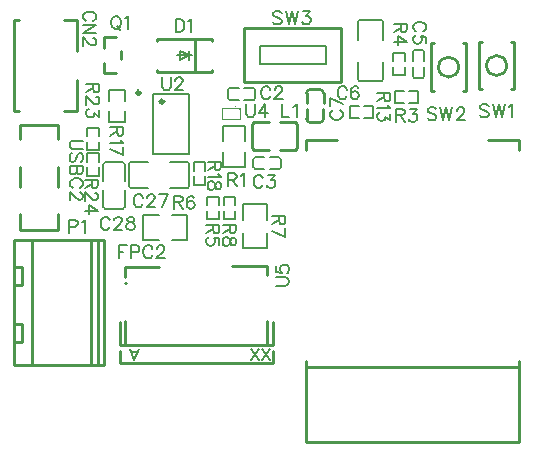
<source format=gto>
G04 Layer: TopSilkscreenLayer*
G04 EasyEDA v6.5.38, 2023-12-02 23:03:57*
G04 3574156a907d4d7c87788ecda130693a,c7ad1a84f3dd4ba2a6b1e1313e4bac77,10*
G04 Gerber Generator version 0.2*
G04 Scale: 100 percent, Rotated: No, Reflected: No *
G04 Dimensions in millimeters *
G04 leading zeros omitted , absolute positions ,4 integer and 5 decimal *
%FSLAX45Y45*%
%MOMM*%

%ADD10C,0.1524*%
%ADD11C,0.2032*%
%ADD12C,0.2540*%
%ADD13C,0.1999*%
%ADD14C,0.1270*%
%ADD15C,0.1016*%
%ADD16C,0.3000*%
%ADD17C,0.0800*%
%ADD18C,0.0175*%

%LPD*%
D10*
X711949Y-581558D02*
G01*
X789927Y-581558D01*
X805421Y-576478D01*
X815835Y-566064D01*
X820915Y-550316D01*
X820915Y-539902D01*
X815835Y-524408D01*
X805421Y-513994D01*
X789927Y-508914D01*
X711949Y-508914D01*
X711949Y-412140D02*
G01*
X711949Y-464210D01*
X758685Y-469290D01*
X753605Y-464210D01*
X748271Y-448462D01*
X748271Y-432968D01*
X753605Y-417474D01*
X763765Y-407060D01*
X779513Y-401726D01*
X789927Y-401726D01*
X805421Y-407060D01*
X815835Y-417474D01*
X820915Y-432968D01*
X820915Y-448462D01*
X815835Y-464210D01*
X810755Y-469290D01*
X800341Y-474624D01*
X-152400Y178815D02*
G01*
X-152400Y69850D01*
X-152400Y178815D02*
G01*
X-105663Y178815D01*
X-90170Y173736D01*
X-84836Y168402D01*
X-79756Y157987D01*
X-79756Y147573D01*
X-84836Y137160D01*
X-90170Y132079D01*
X-105663Y127000D01*
X-152400Y127000D01*
X-116077Y127000D02*
G01*
X-79756Y69850D01*
X17018Y163321D02*
G01*
X11684Y173736D01*
X-3809Y178815D01*
X-14224Y178815D01*
X-29718Y173736D01*
X-40131Y157987D01*
X-45465Y132079D01*
X-45465Y106171D01*
X-40131Y85344D01*
X-29718Y74929D01*
X-14224Y69850D01*
X-8890Y69850D01*
X6604Y74929D01*
X17018Y85344D01*
X22097Y100837D01*
X22097Y106171D01*
X17018Y121665D01*
X6604Y132079D01*
X-8890Y137160D01*
X-14224Y137160D01*
X-29718Y132079D01*
X-40131Y121665D01*
X-45465Y106171D01*
X788415Y12700D02*
G01*
X679450Y12700D01*
X788415Y12700D02*
G01*
X788415Y-34036D01*
X783336Y-49529D01*
X778002Y-54863D01*
X767588Y-59944D01*
X757174Y-59944D01*
X746759Y-54863D01*
X741679Y-49529D01*
X736600Y-34036D01*
X736600Y12700D01*
X736600Y-23621D02*
G01*
X679450Y-59944D01*
X788415Y-167131D02*
G01*
X679450Y-115062D01*
X788415Y-94234D02*
G01*
X788415Y-167131D01*
X662177Y1080007D02*
G01*
X656843Y1090421D01*
X646429Y1100836D01*
X636270Y1105915D01*
X615441Y1105915D01*
X605027Y1100836D01*
X594613Y1090421D01*
X589279Y1080007D01*
X584200Y1064260D01*
X584200Y1038352D01*
X589279Y1022857D01*
X594613Y1012444D01*
X605027Y1002029D01*
X615441Y996950D01*
X636270Y996950D01*
X646429Y1002029D01*
X656843Y1012444D01*
X662177Y1022857D01*
X701547Y1080007D02*
G01*
X701547Y1085087D01*
X706881Y1095502D01*
X711961Y1100836D01*
X722375Y1105915D01*
X743204Y1105915D01*
X753618Y1100836D01*
X758697Y1095502D01*
X764031Y1085087D01*
X764031Y1074673D01*
X758697Y1064260D01*
X748284Y1048765D01*
X696468Y996950D01*
X769111Y996950D01*
X598677Y330707D02*
G01*
X593343Y341121D01*
X582929Y351536D01*
X572770Y356615D01*
X551941Y356615D01*
X541527Y351536D01*
X531113Y341121D01*
X525779Y330707D01*
X520700Y314960D01*
X520700Y289052D01*
X525779Y273557D01*
X531113Y263144D01*
X541527Y252729D01*
X551941Y247650D01*
X572770Y247650D01*
X582929Y252729D01*
X593343Y263144D01*
X598677Y273557D01*
X643381Y356615D02*
G01*
X700531Y356615D01*
X669290Y314960D01*
X684784Y314960D01*
X695197Y309879D01*
X700531Y304800D01*
X705611Y289052D01*
X705611Y278637D01*
X700531Y263144D01*
X690118Y252729D01*
X674370Y247650D01*
X658875Y247650D01*
X643381Y252729D01*
X638047Y257810D01*
X632968Y268223D01*
X1956308Y1573021D02*
G01*
X1966722Y1578355D01*
X1977136Y1588770D01*
X1982215Y1598929D01*
X1982215Y1619757D01*
X1977136Y1630171D01*
X1966722Y1640586D01*
X1956308Y1645920D01*
X1940559Y1651000D01*
X1914652Y1651000D01*
X1899158Y1645920D01*
X1888743Y1640586D01*
X1878329Y1630171D01*
X1873250Y1619757D01*
X1873250Y1598929D01*
X1878329Y1588770D01*
X1888743Y1578355D01*
X1899158Y1573021D01*
X1982215Y1476502D02*
G01*
X1982215Y1528318D01*
X1935479Y1533652D01*
X1940559Y1528318D01*
X1945893Y1512823D01*
X1945893Y1497329D01*
X1940559Y1481581D01*
X1930400Y1471168D01*
X1914652Y1466087D01*
X1904238Y1466087D01*
X1888743Y1471168D01*
X1878329Y1481581D01*
X1873250Y1497329D01*
X1873250Y1512823D01*
X1878329Y1528318D01*
X1883409Y1533652D01*
X1893824Y1538731D01*
X1309877Y1080007D02*
G01*
X1304543Y1090421D01*
X1294129Y1100836D01*
X1283970Y1105915D01*
X1263141Y1105915D01*
X1252727Y1100836D01*
X1242313Y1090421D01*
X1236979Y1080007D01*
X1231900Y1064260D01*
X1231900Y1038352D01*
X1236979Y1022857D01*
X1242313Y1012444D01*
X1252727Y1002029D01*
X1263141Y996950D01*
X1283970Y996950D01*
X1294129Y1002029D01*
X1304543Y1012444D01*
X1309877Y1022857D01*
X1406397Y1090421D02*
G01*
X1401318Y1100836D01*
X1385570Y1105915D01*
X1375409Y1105915D01*
X1359661Y1100836D01*
X1349247Y1085087D01*
X1344168Y1059179D01*
X1344168Y1033271D01*
X1349247Y1012444D01*
X1359661Y1002029D01*
X1375409Y996950D01*
X1380490Y996950D01*
X1395984Y1002029D01*
X1406397Y1012444D01*
X1411731Y1027937D01*
X1411731Y1033271D01*
X1406397Y1048765D01*
X1395984Y1059179D01*
X1380490Y1064260D01*
X1375409Y1064260D01*
X1359661Y1059179D01*
X1349247Y1048765D01*
X1344168Y1033271D01*
X1193291Y903478D02*
G01*
X1182877Y898144D01*
X1172463Y887729D01*
X1167384Y877570D01*
X1167384Y856742D01*
X1172463Y846328D01*
X1182877Y835913D01*
X1193291Y830579D01*
X1209040Y825500D01*
X1234947Y825500D01*
X1250441Y830579D01*
X1260856Y835913D01*
X1271270Y846328D01*
X1276350Y856742D01*
X1276350Y877570D01*
X1271270Y887729D01*
X1260856Y898144D01*
X1250441Y903478D01*
X1167384Y1010412D02*
G01*
X1276350Y958595D01*
X1167384Y937768D02*
G01*
X1167384Y1010412D01*
X-417321Y165607D02*
G01*
X-422655Y176021D01*
X-433070Y186436D01*
X-443229Y191515D01*
X-464057Y191515D01*
X-474471Y186436D01*
X-484886Y176021D01*
X-490220Y165607D01*
X-495300Y149860D01*
X-495300Y123952D01*
X-490220Y108457D01*
X-484886Y98044D01*
X-474471Y87629D01*
X-464057Y82550D01*
X-443229Y82550D01*
X-433070Y87629D01*
X-422655Y98044D01*
X-417321Y108457D01*
X-377952Y165607D02*
G01*
X-377952Y170687D01*
X-372618Y181102D01*
X-367537Y186436D01*
X-357123Y191515D01*
X-336295Y191515D01*
X-325881Y186436D01*
X-320802Y181102D01*
X-315468Y170687D01*
X-315468Y160273D01*
X-320802Y149860D01*
X-331215Y134365D01*
X-383031Y82550D01*
X-310387Y82550D01*
X-203200Y191515D02*
G01*
X-255270Y82550D01*
X-276097Y191515D02*
G01*
X-203200Y191515D01*
X-696721Y-24892D02*
G01*
X-702055Y-14478D01*
X-712470Y-4063D01*
X-722629Y1015D01*
X-743457Y1015D01*
X-753871Y-4063D01*
X-764286Y-14478D01*
X-769620Y-24892D01*
X-774700Y-40639D01*
X-774700Y-66547D01*
X-769620Y-82042D01*
X-764286Y-92455D01*
X-753871Y-102870D01*
X-743457Y-107950D01*
X-722629Y-107950D01*
X-712470Y-102870D01*
X-702055Y-92455D01*
X-696721Y-82042D01*
X-657352Y-24892D02*
G01*
X-657352Y-19812D01*
X-652018Y-9397D01*
X-646937Y-4063D01*
X-636523Y1015D01*
X-615695Y1015D01*
X-605281Y-4063D01*
X-600202Y-9397D01*
X-594868Y-19812D01*
X-594868Y-30226D01*
X-600202Y-40639D01*
X-610615Y-56134D01*
X-662431Y-107950D01*
X-589787Y-107950D01*
X-529589Y1015D02*
G01*
X-545084Y-4063D01*
X-550163Y-14478D01*
X-550163Y-24892D01*
X-545084Y-35305D01*
X-534670Y-40639D01*
X-513842Y-45720D01*
X-498347Y-50800D01*
X-487934Y-61213D01*
X-482600Y-71628D01*
X-482600Y-87376D01*
X-487934Y-97789D01*
X-493013Y-102870D01*
X-508762Y-107950D01*
X-529589Y-107950D01*
X-545084Y-102870D01*
X-550163Y-97789D01*
X-555497Y-87376D01*
X-555497Y-71628D01*
X-550163Y-61213D01*
X-539750Y-50800D01*
X-524255Y-45720D01*
X-503428Y-40639D01*
X-493013Y-35305D01*
X-487934Y-24892D01*
X-487934Y-14478D01*
X-493013Y-4063D01*
X-508762Y1015D01*
X-529589Y1015D01*
X-837692Y1661921D02*
G01*
X-827278Y1667255D01*
X-816863Y1677670D01*
X-811784Y1687829D01*
X-811784Y1708657D01*
X-816863Y1719071D01*
X-827278Y1729486D01*
X-837692Y1734820D01*
X-853439Y1739900D01*
X-879347Y1739900D01*
X-894842Y1734820D01*
X-905255Y1729486D01*
X-915670Y1719071D01*
X-920750Y1708657D01*
X-920750Y1687829D01*
X-915670Y1677670D01*
X-905255Y1667255D01*
X-894842Y1661921D01*
X-811784Y1627631D02*
G01*
X-920750Y1627631D01*
X-811784Y1627631D02*
G01*
X-920750Y1554987D01*
X-811784Y1554987D02*
G01*
X-920750Y1554987D01*
X-837692Y1515363D02*
G01*
X-832612Y1515363D01*
X-822197Y1510284D01*
X-816863Y1504950D01*
X-811784Y1494789D01*
X-811784Y1473962D01*
X-816863Y1463547D01*
X-822197Y1458213D01*
X-832612Y1453134D01*
X-843026Y1453134D01*
X-853439Y1458213D01*
X-868934Y1468628D01*
X-920750Y1520697D01*
X-920750Y1447800D01*
X-139700Y1677415D02*
G01*
X-139700Y1568450D01*
X-139700Y1677415D02*
G01*
X-103377Y1677415D01*
X-87629Y1672336D01*
X-77470Y1661921D01*
X-72136Y1651507D01*
X-67056Y1635760D01*
X-67056Y1609852D01*
X-72136Y1594357D01*
X-77470Y1583944D01*
X-87629Y1573529D01*
X-103377Y1568450D01*
X-139700Y1568450D01*
X-32765Y1656587D02*
G01*
X-22352Y1661921D01*
X-6604Y1677415D01*
X-6604Y1568450D01*
X-622300Y-240284D02*
G01*
X-622300Y-349250D01*
X-622300Y-240284D02*
G01*
X-554736Y-240284D01*
X-622300Y-292100D02*
G01*
X-580644Y-292100D01*
X-520445Y-240284D02*
G01*
X-520445Y-349250D01*
X-520445Y-240284D02*
G01*
X-473710Y-240284D01*
X-458215Y-245363D01*
X-452881Y-250697D01*
X-447802Y-261112D01*
X-447802Y-276605D01*
X-452881Y-287020D01*
X-458215Y-292100D01*
X-473710Y-297434D01*
X-520445Y-297434D01*
X-335534Y-266192D02*
G01*
X-340613Y-255778D01*
X-351028Y-245363D01*
X-361442Y-240284D01*
X-382270Y-240284D01*
X-392684Y-245363D01*
X-403097Y-255778D01*
X-408178Y-266192D01*
X-413512Y-281939D01*
X-413512Y-307847D01*
X-408178Y-323342D01*
X-403097Y-333755D01*
X-392684Y-344170D01*
X-382270Y-349250D01*
X-361442Y-349250D01*
X-351028Y-344170D01*
X-340613Y-333755D01*
X-335534Y-323342D01*
X-295910Y-266192D02*
G01*
X-295910Y-261112D01*
X-290829Y-250697D01*
X-285750Y-245363D01*
X-275336Y-240284D01*
X-254508Y-240284D01*
X-244093Y-245363D01*
X-238759Y-250697D01*
X-233679Y-261112D01*
X-233679Y-271526D01*
X-238759Y-281939D01*
X-249174Y-297434D01*
X-301244Y-349250D01*
X-228600Y-349250D01*
D11*
X-488228Y-1209194D02*
G01*
X-451906Y-1113944D01*
X-488228Y-1209194D02*
G01*
X-524804Y-1113944D01*
X-465622Y-1145694D02*
G01*
X-511088Y-1145694D01*
X658177Y-1208709D02*
G01*
X594423Y-1113205D01*
X594423Y-1208709D02*
G01*
X658177Y-1113205D01*
X564451Y-1208709D02*
G01*
X500697Y-1113205D01*
X500697Y-1208709D02*
G01*
X564451Y-1113205D01*
D10*
X762000Y953515D02*
G01*
X762000Y844550D01*
X762000Y844550D02*
G01*
X824229Y844550D01*
X858520Y932687D02*
G01*
X868934Y938021D01*
X884681Y953515D01*
X884681Y844550D01*
X-1041400Y-24384D02*
G01*
X-1041400Y-133350D01*
X-1041400Y-24384D02*
G01*
X-994663Y-24384D01*
X-979170Y-29463D01*
X-973836Y-34797D01*
X-968755Y-45212D01*
X-968755Y-60705D01*
X-973836Y-71120D01*
X-979170Y-76200D01*
X-994663Y-81534D01*
X-1041400Y-81534D01*
X-934465Y-45212D02*
G01*
X-924052Y-39878D01*
X-908304Y-24384D01*
X-908304Y-133350D01*
X-654557Y1702815D02*
G01*
X-664971Y1697736D01*
X-675386Y1687321D01*
X-680720Y1676907D01*
X-685800Y1661160D01*
X-685800Y1635252D01*
X-680720Y1619757D01*
X-675386Y1609344D01*
X-664971Y1598929D01*
X-654557Y1593850D01*
X-633729Y1593850D01*
X-623570Y1598929D01*
X-613155Y1609344D01*
X-607821Y1619757D01*
X-602742Y1635252D01*
X-602742Y1661160D01*
X-607821Y1676907D01*
X-613155Y1687321D01*
X-623570Y1697736D01*
X-633729Y1702815D01*
X-654557Y1702815D01*
X-639063Y1614423D02*
G01*
X-607821Y1583436D01*
X-568452Y1681987D02*
G01*
X-558037Y1687321D01*
X-542289Y1702815D01*
X-542289Y1593850D01*
X304800Y369315D02*
G01*
X304800Y260350D01*
X304800Y369315D02*
G01*
X351536Y369315D01*
X367029Y364236D01*
X372363Y358902D01*
X377443Y348487D01*
X377443Y338073D01*
X372363Y327660D01*
X367029Y322579D01*
X351536Y317500D01*
X304800Y317500D01*
X341122Y317500D02*
G01*
X377443Y260350D01*
X411734Y348487D02*
G01*
X422147Y353821D01*
X437895Y369315D01*
X437895Y260350D01*
X1727200Y915415D02*
G01*
X1727200Y806450D01*
X1727200Y915415D02*
G01*
X1773936Y915415D01*
X1789429Y910336D01*
X1794763Y905002D01*
X1799843Y894587D01*
X1799843Y884173D01*
X1794763Y873760D01*
X1789429Y868679D01*
X1773936Y863600D01*
X1727200Y863600D01*
X1763522Y863600D02*
G01*
X1799843Y806450D01*
X1844547Y915415D02*
G01*
X1901697Y915415D01*
X1870709Y873760D01*
X1886204Y873760D01*
X1896618Y868679D01*
X1901697Y863600D01*
X1907031Y847852D01*
X1907031Y837437D01*
X1901697Y821944D01*
X1891284Y811529D01*
X1875790Y806450D01*
X1860295Y806450D01*
X1844547Y811529D01*
X1839468Y816610D01*
X1834134Y827023D01*
X1817115Y1638300D02*
G01*
X1708150Y1638300D01*
X1817115Y1638300D02*
G01*
X1817115Y1591563D01*
X1812036Y1576070D01*
X1806702Y1570736D01*
X1796288Y1565655D01*
X1785874Y1565655D01*
X1775459Y1570736D01*
X1770379Y1576070D01*
X1765300Y1591563D01*
X1765300Y1638300D01*
X1765300Y1601978D02*
G01*
X1708150Y1565655D01*
X1817115Y1479295D02*
G01*
X1744472Y1531365D01*
X1744472Y1453387D01*
X1817115Y1479295D02*
G01*
X1708150Y1479295D01*
X229615Y-63500D02*
G01*
X120650Y-63500D01*
X229615Y-63500D02*
G01*
X229615Y-110236D01*
X224536Y-125729D01*
X219202Y-131063D01*
X208788Y-136144D01*
X198374Y-136144D01*
X187959Y-131063D01*
X182879Y-125729D01*
X177800Y-110236D01*
X177800Y-63500D01*
X177800Y-99821D02*
G01*
X120650Y-136144D01*
X229615Y-232918D02*
G01*
X229615Y-180847D01*
X182879Y-175768D01*
X187959Y-180847D01*
X193293Y-196595D01*
X193293Y-212089D01*
X187959Y-227584D01*
X177800Y-237997D01*
X162052Y-243331D01*
X151638Y-243331D01*
X136143Y-237997D01*
X125729Y-227584D01*
X120650Y-212089D01*
X120650Y-196595D01*
X125729Y-180847D01*
X130809Y-175768D01*
X141224Y-170434D01*
X369315Y-63500D02*
G01*
X260350Y-63500D01*
X369315Y-63500D02*
G01*
X369315Y-110236D01*
X364236Y-125729D01*
X358902Y-131063D01*
X348488Y-136144D01*
X338074Y-136144D01*
X327659Y-131063D01*
X322579Y-125729D01*
X317500Y-110236D01*
X317500Y-63500D01*
X317500Y-99821D02*
G01*
X260350Y-136144D01*
X369315Y-196595D02*
G01*
X364236Y-180847D01*
X353822Y-175768D01*
X343408Y-175768D01*
X332993Y-180847D01*
X327659Y-191262D01*
X322579Y-212089D01*
X317500Y-227584D01*
X307086Y-237997D01*
X296672Y-243331D01*
X280924Y-243331D01*
X270509Y-237997D01*
X265429Y-232918D01*
X260350Y-217170D01*
X260350Y-196595D01*
X265429Y-180847D01*
X270509Y-175768D01*
X280924Y-170434D01*
X296672Y-170434D01*
X307086Y-175768D01*
X317500Y-186181D01*
X322579Y-201676D01*
X327659Y-222504D01*
X332993Y-232918D01*
X343408Y-237997D01*
X353822Y-237997D01*
X364236Y-232918D01*
X369315Y-217170D01*
X369315Y-196595D01*
X1677415Y1054100D02*
G01*
X1568450Y1054100D01*
X1677415Y1054100D02*
G01*
X1677415Y1007363D01*
X1672336Y991870D01*
X1667002Y986536D01*
X1656588Y981455D01*
X1646174Y981455D01*
X1635759Y986536D01*
X1630679Y991870D01*
X1625600Y1007363D01*
X1625600Y1054100D01*
X1625600Y1017778D02*
G01*
X1568450Y981455D01*
X1656588Y947165D02*
G01*
X1661922Y936752D01*
X1677415Y921004D01*
X1568450Y921004D01*
X1677415Y876300D02*
G01*
X1677415Y819150D01*
X1635759Y850392D01*
X1635759Y834897D01*
X1630679Y824484D01*
X1625600Y819150D01*
X1609852Y814070D01*
X1599438Y814070D01*
X1583943Y819150D01*
X1573529Y829563D01*
X1568450Y845312D01*
X1568450Y860805D01*
X1573529Y876300D01*
X1578609Y881634D01*
X1589024Y886713D01*
X242315Y469900D02*
G01*
X133350Y469900D01*
X242315Y469900D02*
G01*
X242315Y423163D01*
X237236Y407670D01*
X231902Y402336D01*
X221488Y397255D01*
X211074Y397255D01*
X200659Y402336D01*
X195579Y407670D01*
X190500Y423163D01*
X190500Y469900D01*
X190500Y433578D02*
G01*
X133350Y397255D01*
X221488Y362965D02*
G01*
X226822Y352552D01*
X242315Y336804D01*
X133350Y336804D01*
X242315Y276605D02*
G01*
X237236Y292100D01*
X226822Y297434D01*
X216408Y297434D01*
X205993Y292100D01*
X200659Y281939D01*
X195579Y261112D01*
X190500Y245363D01*
X180086Y234950D01*
X169672Y229870D01*
X153924Y229870D01*
X143509Y234950D01*
X138429Y240284D01*
X133350Y255778D01*
X133350Y276605D01*
X138429Y292100D01*
X143509Y297434D01*
X153924Y302513D01*
X169672Y302513D01*
X180086Y297434D01*
X190500Y287020D01*
X195579Y271526D01*
X200659Y250697D01*
X205993Y240284D01*
X216408Y234950D01*
X226822Y234950D01*
X237236Y240284D01*
X242315Y255778D01*
X242315Y276605D01*
X-786384Y1130300D02*
G01*
X-895350Y1130300D01*
X-786384Y1130300D02*
G01*
X-786384Y1083563D01*
X-791463Y1068070D01*
X-796797Y1062736D01*
X-807212Y1057655D01*
X-817626Y1057655D01*
X-828039Y1062736D01*
X-833120Y1068070D01*
X-838200Y1083563D01*
X-838200Y1130300D01*
X-838200Y1093978D02*
G01*
X-895350Y1057655D01*
X-812292Y1018031D02*
G01*
X-807212Y1018031D01*
X-796797Y1012952D01*
X-791463Y1007618D01*
X-786384Y997204D01*
X-786384Y976629D01*
X-791463Y966215D01*
X-796797Y960881D01*
X-807212Y955802D01*
X-817626Y955802D01*
X-828039Y960881D01*
X-843534Y971295D01*
X-895350Y1023365D01*
X-895350Y950468D01*
X-786384Y905763D02*
G01*
X-786384Y848613D01*
X-828039Y879855D01*
X-828039Y864362D01*
X-833120Y853947D01*
X-838200Y848613D01*
X-853947Y843534D01*
X-864362Y843534D01*
X-879855Y848613D01*
X-890270Y859028D01*
X-895350Y874776D01*
X-895350Y890270D01*
X-890270Y905763D01*
X-885189Y911097D01*
X-874776Y916178D01*
X-799084Y317500D02*
G01*
X-908050Y317500D01*
X-799084Y317500D02*
G01*
X-799084Y270763D01*
X-804163Y255270D01*
X-809497Y249936D01*
X-819912Y244855D01*
X-830326Y244855D01*
X-840739Y249936D01*
X-845820Y255270D01*
X-850900Y270763D01*
X-850900Y317500D01*
X-850900Y281178D02*
G01*
X-908050Y244855D01*
X-824992Y205231D02*
G01*
X-819912Y205231D01*
X-809497Y200152D01*
X-804163Y194818D01*
X-799084Y184404D01*
X-799084Y163829D01*
X-804163Y153415D01*
X-809497Y148081D01*
X-819912Y143002D01*
X-830326Y143002D01*
X-840739Y148081D01*
X-856234Y158495D01*
X-908050Y210565D01*
X-908050Y137668D01*
X-799084Y51562D02*
G01*
X-871728Y103378D01*
X-871728Y25400D01*
X-799084Y51562D02*
G01*
X-908050Y51562D01*
X-583184Y762000D02*
G01*
X-692150Y762000D01*
X-583184Y762000D02*
G01*
X-583184Y715263D01*
X-588263Y699770D01*
X-593597Y694436D01*
X-604012Y689355D01*
X-614426Y689355D01*
X-624839Y694436D01*
X-629920Y699770D01*
X-635000Y715263D01*
X-635000Y762000D01*
X-635000Y725678D02*
G01*
X-692150Y689355D01*
X-604012Y655065D02*
G01*
X-598678Y644652D01*
X-583184Y628904D01*
X-692150Y628904D01*
X-583184Y521970D02*
G01*
X-692150Y574039D01*
X-583184Y594613D02*
G01*
X-583184Y521970D01*
X2511043Y938021D02*
G01*
X2500629Y948436D01*
X2485136Y953515D01*
X2464308Y953515D01*
X2448813Y948436D01*
X2438400Y938021D01*
X2438400Y927607D01*
X2443479Y917194D01*
X2448813Y911860D01*
X2459227Y906779D01*
X2490470Y896365D01*
X2500629Y891286D01*
X2505963Y885952D01*
X2511043Y875537D01*
X2511043Y860044D01*
X2500629Y849629D01*
X2485136Y844550D01*
X2464308Y844550D01*
X2448813Y849629D01*
X2438400Y860044D01*
X2545334Y953515D02*
G01*
X2571495Y844550D01*
X2597404Y953515D02*
G01*
X2571495Y844550D01*
X2597404Y953515D02*
G01*
X2623311Y844550D01*
X2649220Y953515D02*
G01*
X2623311Y844550D01*
X2683509Y932687D02*
G01*
X2693924Y938021D01*
X2709672Y953515D01*
X2709672Y844550D01*
X2066543Y912621D02*
G01*
X2056129Y923036D01*
X2040636Y928115D01*
X2019808Y928115D01*
X2004313Y923036D01*
X1993900Y912621D01*
X1993900Y902207D01*
X1998979Y891794D01*
X2004313Y886460D01*
X2014727Y881379D01*
X2045970Y870965D01*
X2056129Y865886D01*
X2061463Y860552D01*
X2066543Y850137D01*
X2066543Y834644D01*
X2056129Y824229D01*
X2040636Y819150D01*
X2019808Y819150D01*
X2004313Y824229D01*
X1993900Y834644D01*
X2100834Y928115D02*
G01*
X2126995Y819150D01*
X2152904Y928115D02*
G01*
X2126995Y819150D01*
X2152904Y928115D02*
G01*
X2178811Y819150D01*
X2204720Y928115D02*
G01*
X2178811Y819150D01*
X2244343Y902207D02*
G01*
X2244343Y907287D01*
X2249424Y917702D01*
X2254758Y923036D01*
X2265172Y928115D01*
X2286000Y928115D01*
X2296159Y923036D01*
X2301493Y917702D01*
X2306574Y907287D01*
X2306574Y896873D01*
X2301493Y886460D01*
X2291079Y870965D01*
X2239009Y819150D01*
X2311908Y819150D01*
X758443Y1725421D02*
G01*
X748029Y1735836D01*
X732536Y1740915D01*
X711708Y1740915D01*
X696213Y1735836D01*
X685800Y1725421D01*
X685800Y1715007D01*
X690879Y1704594D01*
X696213Y1699260D01*
X706627Y1694179D01*
X737870Y1683765D01*
X748029Y1678686D01*
X753363Y1673352D01*
X758443Y1662937D01*
X758443Y1647444D01*
X748029Y1637029D01*
X732536Y1631950D01*
X711708Y1631950D01*
X696213Y1637029D01*
X685800Y1647444D01*
X792734Y1740915D02*
G01*
X818895Y1631950D01*
X844804Y1740915D02*
G01*
X818895Y1631950D01*
X844804Y1740915D02*
G01*
X870711Y1631950D01*
X896620Y1740915D02*
G01*
X870711Y1631950D01*
X941324Y1740915D02*
G01*
X998474Y1740915D01*
X967486Y1699260D01*
X982979Y1699260D01*
X993393Y1694179D01*
X998474Y1689100D01*
X1003808Y1673352D01*
X1003808Y1662937D01*
X998474Y1647444D01*
X988059Y1637029D01*
X972565Y1631950D01*
X957072Y1631950D01*
X941324Y1637029D01*
X936243Y1642110D01*
X930909Y1652523D01*
X-254000Y1182115D02*
G01*
X-254000Y1104137D01*
X-248920Y1088644D01*
X-238506Y1078229D01*
X-222758Y1073150D01*
X-212343Y1073150D01*
X-196850Y1078229D01*
X-186436Y1088644D01*
X-181356Y1104137D01*
X-181356Y1182115D01*
X-141731Y1156207D02*
G01*
X-141731Y1161287D01*
X-136652Y1171702D01*
X-131318Y1177036D01*
X-120904Y1182115D01*
X-100329Y1182115D01*
X-89915Y1177036D01*
X-84581Y1171702D01*
X-79502Y1161287D01*
X-79502Y1150873D01*
X-84581Y1140460D01*
X-94995Y1124965D01*
X-147065Y1073150D01*
X-74168Y1073150D01*
X457200Y953515D02*
G01*
X457200Y875537D01*
X462279Y860044D01*
X472693Y849629D01*
X488441Y844550D01*
X498856Y844550D01*
X514350Y849629D01*
X524763Y860044D01*
X529843Y875537D01*
X529843Y953515D01*
X616204Y953515D02*
G01*
X564134Y880871D01*
X642111Y880871D01*
X616204Y953515D02*
G01*
X616204Y844550D01*
X-926084Y647700D02*
G01*
X-1004062Y647700D01*
X-1019555Y642620D01*
X-1029970Y632205D01*
X-1035050Y616457D01*
X-1035050Y606044D01*
X-1029970Y590550D01*
X-1019555Y580136D01*
X-1004062Y575055D01*
X-926084Y575055D01*
X-941578Y467868D02*
G01*
X-931163Y478281D01*
X-926084Y494029D01*
X-926084Y514604D01*
X-931163Y530352D01*
X-941578Y540765D01*
X-951992Y540765D01*
X-962405Y535431D01*
X-967739Y530352D01*
X-972820Y519937D01*
X-983234Y488695D01*
X-988313Y478281D01*
X-993647Y473202D01*
X-1004062Y467868D01*
X-1019555Y467868D01*
X-1029970Y478281D01*
X-1035050Y494029D01*
X-1035050Y514604D01*
X-1029970Y530352D01*
X-1019555Y540765D01*
X-926084Y433578D02*
G01*
X-1035050Y433578D01*
X-926084Y433578D02*
G01*
X-926084Y386842D01*
X-931163Y371347D01*
X-936497Y366013D01*
X-946912Y360934D01*
X-957326Y360934D01*
X-967739Y366013D01*
X-972820Y371347D01*
X-977900Y386842D01*
X-977900Y433578D02*
G01*
X-977900Y386842D01*
X-983234Y371347D01*
X-988313Y366013D01*
X-998728Y360934D01*
X-1014476Y360934D01*
X-1024889Y366013D01*
X-1029970Y371347D01*
X-1035050Y386842D01*
X-1035050Y433578D01*
X-951992Y248665D02*
G01*
X-941578Y254000D01*
X-931163Y264160D01*
X-926084Y274573D01*
X-926084Y295402D01*
X-931163Y305815D01*
X-941578Y316229D01*
X-951992Y321310D01*
X-967739Y326644D01*
X-993647Y326644D01*
X-1009142Y321310D01*
X-1019555Y316229D01*
X-1029970Y305815D01*
X-1035050Y295402D01*
X-1035050Y274573D01*
X-1029970Y264160D01*
X-1019555Y254000D01*
X-1009142Y248665D01*
X-951992Y209295D02*
G01*
X-946912Y209295D01*
X-936497Y203962D01*
X-931163Y198881D01*
X-926084Y188468D01*
X-926084Y167639D01*
X-931163Y157226D01*
X-936497Y152145D01*
X-946912Y146812D01*
X-957326Y146812D01*
X-967739Y152145D01*
X-983234Y162560D01*
X-1035050Y214376D01*
X-1035050Y141731D01*
D12*
X966891Y-1901652D02*
G01*
X966891Y-1255062D01*
X2766893Y-1901652D02*
G01*
X2766893Y-1256654D01*
X966891Y-1901652D02*
G01*
X2766893Y-1901652D01*
X966891Y-1273256D02*
G01*
X2766893Y-1273256D01*
X965192Y-1222369D02*
G01*
X965192Y-1273256D01*
X1227277Y648345D02*
G01*
X965192Y648345D01*
X965192Y564865D01*
X2766893Y564865D02*
G01*
X2766893Y648345D01*
X2506505Y648345D01*
X2766893Y-1273256D02*
G01*
X2766893Y-1222369D01*
D13*
X-284073Y14579D02*
G01*
X-416077Y14579D01*
X-416077Y-192430D01*
X-284073Y-192430D01*
X-170865Y14579D02*
G01*
X-38861Y14579D01*
X-38861Y-192430D01*
X-170865Y-192430D01*
X636879Y-20726D02*
G01*
X636879Y111277D01*
X429869Y111277D01*
X429869Y-20726D01*
X636879Y-133934D02*
G01*
X636879Y-265937D01*
X429869Y-265937D01*
X429869Y-133934D01*
D10*
X317469Y991539D02*
G01*
X396478Y991539D01*
X396478Y1091260D02*
G01*
X317469Y1091260D01*
X302229Y1076020D02*
G01*
X302229Y1006779D01*
X520730Y991539D02*
G01*
X441721Y991539D01*
X441721Y1091260D02*
G01*
X520730Y1091260D01*
X535970Y1076020D02*
G01*
X535970Y1006779D01*
X736630Y507060D02*
G01*
X657621Y507060D01*
X657621Y407339D02*
G01*
X736630Y407339D01*
X751870Y422579D02*
G01*
X751870Y491820D01*
X533369Y507060D02*
G01*
X612378Y507060D01*
X612378Y407339D02*
G01*
X533369Y407339D01*
X518129Y422579D02*
G01*
X518129Y491820D01*
X1967560Y1193769D02*
G01*
X1967560Y1272778D01*
X1867839Y1272778D02*
G01*
X1867839Y1193769D01*
X1883079Y1178529D02*
G01*
X1952320Y1178529D01*
X1967560Y1397030D02*
G01*
X1967560Y1318021D01*
X1867839Y1318021D02*
G01*
X1867839Y1397030D01*
X1883079Y1412270D02*
G01*
X1952320Y1412270D01*
X1620560Y1168580D02*
G01*
X1620560Y1317078D01*
X1402039Y1317078D02*
G01*
X1402039Y1168580D01*
X1417279Y1153340D02*
G01*
X1605320Y1153340D01*
X1620560Y1650819D02*
G01*
X1620560Y1502321D01*
X1402039Y1502321D02*
G01*
X1402039Y1650819D01*
X1417279Y1666059D02*
G01*
X1605320Y1666059D01*
D12*
X1081377Y800798D02*
G01*
X1001374Y800798D01*
X1112362Y911773D02*
G01*
X1112362Y831776D01*
X970396Y911773D02*
G01*
X970396Y831776D01*
X1112944Y969363D02*
G01*
X1112944Y1049362D01*
X1081961Y1080345D02*
G01*
X1001963Y1080345D01*
X970983Y969363D02*
G01*
X970983Y1049362D01*
D10*
X-520519Y246339D02*
G01*
X-372021Y246339D01*
X-372021Y464860D02*
G01*
X-520519Y464860D01*
X-535759Y449620D02*
G01*
X-535759Y261579D01*
X-38280Y246339D02*
G01*
X-186778Y246339D01*
X-186778Y464860D02*
G01*
X-38280Y464860D01*
X-23040Y449620D02*
G01*
X-23040Y261579D01*
X-750760Y447819D02*
G01*
X-750760Y306819D01*
X-570039Y306819D02*
G01*
X-570039Y447819D01*
X-585279Y463059D02*
G01*
X-735520Y463059D01*
X-750760Y85580D02*
G01*
X-750760Y226580D01*
X-570039Y226580D02*
G01*
X-570039Y85580D01*
X-585279Y70340D02*
G01*
X-735520Y70340D01*
D12*
X-1505303Y895200D02*
G01*
X-1505303Y1670199D01*
X-985304Y895200D02*
G01*
X-1087180Y895200D01*
X-1463410Y895200D02*
G01*
X-1505303Y895200D01*
X-1505303Y1670199D02*
G01*
X-1463410Y1670199D01*
X-1087180Y1670199D02*
G01*
X-977900Y1670199D01*
X-977900Y1408303D01*
X-977900Y1157074D02*
G01*
X-977900Y895200D01*
D14*
X-127000Y1371600D02*
G01*
X0Y1371600D01*
X-101605Y1333500D02*
G01*
X-25405Y1371600D01*
X-25405Y1371600D02*
G01*
X-25405Y1409700D01*
X-101605Y1409700D02*
G01*
X-25405Y1371600D01*
X-101605Y1371600D02*
G01*
X-101605Y1409700D01*
X-25405Y1371600D02*
G01*
X-25405Y1333500D01*
X-101605Y1371600D02*
G01*
X-101605Y1333500D01*
D12*
X25394Y1511597D02*
G01*
X25394Y1231600D01*
X166497Y1231602D02*
G01*
X-293507Y1231600D01*
X166497Y1511597D02*
G01*
X-293507Y1511599D01*
X166497Y1231602D02*
G01*
X166497Y1248486D01*
X166497Y1494713D02*
G01*
X166497Y1511597D01*
X-293507Y1231600D02*
G01*
X-293507Y1248486D01*
X-293507Y1494713D02*
G01*
X-293507Y1511599D01*
X-611901Y-1234201D02*
G01*
X688101Y-1234201D01*
X688101Y-1134198D01*
X-611901Y-1234201D02*
G01*
X-611901Y-1134201D01*
X688101Y-1084198D02*
G01*
X688101Y-884199D01*
X688101Y-1084198D02*
G01*
X-611901Y-1084198D01*
X-611901Y-884199D01*
X-570941Y-1079195D02*
G01*
X-570941Y-879195D01*
X-571903Y-509196D02*
G01*
X-571903Y-419191D01*
X-281904Y-419191D01*
X635068Y-1073378D02*
G01*
X635068Y-883373D01*
X638162Y-493377D02*
G01*
X638162Y-413374D01*
X338162Y-413374D01*
X-561594Y-556691D02*
G01*
X-563498Y-556691D01*
X-563498Y-555701D01*
X-561594Y-555701D01*
X-561594Y-556691D01*
X748499Y565800D02*
G01*
X853498Y565800D01*
X748499Y805799D02*
G01*
X853498Y805799D01*
X648500Y565800D02*
G01*
X543501Y565800D01*
X648500Y805799D02*
G01*
X543501Y805799D01*
X888497Y585800D02*
G01*
X888497Y785799D01*
X508502Y585800D02*
G01*
X508502Y785799D01*
X853498Y565800D02*
G01*
X868497Y565800D01*
X888497Y585800D01*
X853498Y805799D02*
G01*
X868497Y805799D01*
X888497Y785799D01*
X543501Y565800D02*
G01*
X528502Y565800D01*
X508502Y585800D01*
X543501Y805799D02*
G01*
X528502Y805799D01*
X508502Y785799D01*
X-1504822Y-1248333D02*
G01*
X-1504822Y-198348D01*
X-1505838Y-198348D02*
G01*
X-745820Y-198348D01*
X-1358798Y-1248333D02*
G01*
X-1358798Y-198348D01*
X-859815Y-1248333D02*
G01*
X-859815Y-198348D01*
X-1494993Y-576351D02*
G01*
X-1440992Y-576351D01*
X-1440992Y-423367D01*
X-1494993Y-423367D01*
X-1497990Y-1058163D02*
G01*
X-1443989Y-1058163D01*
X-1443989Y-905179D01*
X-1497990Y-905179D01*
X-742822Y-1248333D02*
G01*
X-742822Y-198348D01*
X-796823Y-1248333D02*
G01*
X-796823Y-198348D01*
X-1502841Y-1251330D02*
G01*
X-742822Y-1251330D01*
X-743099Y1435199D02*
G01*
X-743099Y1521599D01*
X-743099Y1521599D02*
G01*
X-643097Y1521599D01*
X-603100Y1340203D02*
G01*
X-603100Y1402996D01*
X-743099Y1221600D02*
G01*
X-743099Y1308000D01*
X-743099Y1221600D02*
G01*
X-643097Y1221600D01*
D10*
X263890Y549280D02*
G01*
X263890Y420786D01*
X447309Y420786D01*
X447309Y549280D01*
X263890Y644519D02*
G01*
X263890Y773013D01*
X447309Y773013D01*
X447309Y644519D01*
X1838721Y1065860D02*
G01*
X1910524Y1065860D01*
X1910524Y966139D01*
X1838721Y966139D01*
X1793478Y1065860D02*
G01*
X1721675Y1065860D01*
X1721675Y966139D01*
X1793478Y966139D01*
X1802460Y1272778D02*
G01*
X1802460Y1200975D01*
X1702739Y1200975D01*
X1702739Y1272778D01*
X1802460Y1318021D02*
G01*
X1802460Y1389824D01*
X1702739Y1389824D01*
X1702739Y1318021D01*
X127939Y98821D02*
G01*
X127939Y170624D01*
X227660Y170624D01*
X227660Y98821D01*
X127939Y53578D02*
G01*
X127939Y-18224D01*
X227660Y-18224D01*
X227660Y53578D01*
X267639Y98821D02*
G01*
X267639Y170624D01*
X367360Y170624D01*
X367360Y98821D01*
X267639Y53578D02*
G01*
X267639Y-18224D01*
X367360Y-18224D01*
X367360Y53578D01*
X1412478Y839139D02*
G01*
X1340675Y839139D01*
X1340675Y938860D01*
X1412478Y938860D01*
X1457721Y839139D02*
G01*
X1529524Y839139D01*
X1529524Y938860D01*
X1457721Y938860D01*
X113360Y345678D02*
G01*
X113360Y273875D01*
X13639Y273875D01*
X13639Y345678D01*
X113360Y390921D02*
G01*
X113360Y462724D01*
X13639Y462724D01*
X13639Y390921D01*
X-888060Y683021D02*
G01*
X-888060Y754824D01*
X-788339Y754824D01*
X-788339Y683021D01*
X-888060Y637778D02*
G01*
X-888060Y565975D01*
X-788339Y565975D01*
X-788339Y637778D01*
X-888060Y467121D02*
G01*
X-888060Y538924D01*
X-788339Y538924D01*
X-788339Y467121D01*
X-888060Y421878D02*
G01*
X-888060Y350075D01*
X-788339Y350075D01*
X-788339Y421878D01*
X-568939Y982421D02*
G01*
X-568939Y1078308D01*
X-701060Y1078308D01*
X-701060Y982421D01*
X-568939Y897178D02*
G01*
X-568939Y801291D01*
X-701060Y801291D01*
X-701060Y897178D01*
D12*
X2701213Y1482699D02*
G01*
X2723100Y1482699D01*
X2433099Y1082700D02*
G01*
X2433099Y1482699D01*
X2723100Y1082700D02*
G01*
X2723100Y1482699D01*
X2433099Y1082700D02*
G01*
X2454986Y1082700D01*
X2701213Y1082700D02*
G01*
X2723100Y1082700D01*
X2433099Y1482699D02*
G01*
X2454986Y1482699D01*
X2048586Y1070000D02*
G01*
X2026699Y1070000D01*
X2316700Y1469999D02*
G01*
X2316700Y1070000D01*
X2026699Y1469999D02*
G01*
X2026699Y1070000D01*
X2316700Y1469999D02*
G01*
X2294813Y1469999D01*
X2048586Y1469999D02*
G01*
X2026699Y1469999D01*
X2316700Y1070000D02*
G01*
X2294813Y1070000D01*
D11*
X572261Y1447800D02*
G01*
X572261Y1295400D01*
X673861Y1295400D01*
X1029461Y1295400D01*
X1131061Y1295400D01*
X1131061Y1447800D01*
X1029461Y1447800D01*
X673861Y1447800D01*
X572261Y1447800D01*
D12*
X850900Y1600200D02*
G01*
X444500Y1600200D01*
X850900Y1143000D02*
G01*
X444500Y1143000D01*
X440943Y1143000D02*
G01*
X440943Y1600200D01*
X850900Y1143000D02*
G01*
X1257300Y1143000D01*
X850900Y1600200D02*
G01*
X1257300Y1600200D01*
X1260856Y1143000D02*
G01*
X1260856Y1600200D01*
D10*
X-329940Y1040020D02*
G01*
X-25659Y1040020D01*
X-25659Y534779D01*
X-329940Y534779D01*
X-329940Y1040020D01*
D15*
X405333Y926612D02*
G01*
X390344Y926612D01*
X405333Y911623D01*
X405333Y926612D01*
X405229Y926302D02*
G01*
X405229Y826307D01*
X255247Y826307D01*
X255247Y926302D01*
X405229Y926302D01*
D12*
X-1455399Y658129D02*
G01*
X-1455399Y782899D01*
X-1135400Y782899D01*
X-1455399Y258130D02*
G01*
X-1455399Y427695D01*
X-1135400Y27696D02*
G01*
X-1135400Y-107099D01*
X-1455399Y-107099D01*
X-1455399Y27696D01*
X-1135400Y427695D02*
G01*
X-1135400Y258130D01*
X-1135400Y782899D02*
G01*
X-1135400Y658129D01*
D10*
G75*
G01*
X317470Y1091260D02*
G03*
X302230Y1076020I0J-15240D01*
G75*
G01*
X302230Y1006780D02*
G03*
X317470Y991540I15240J0D01*
G75*
G01*
X520730Y1091260D02*
G02*
X535970Y1076020I0J-15240D01*
G75*
G01*
X535970Y1006780D02*
G02*
X520730Y991540I-15240J0D01*
G75*
G01*
X736630Y407340D02*
G03*
X751870Y422580I0J15240D01*
G75*
G01*
X751870Y491820D02*
G03*
X736630Y507060I-15240J0D01*
G75*
G01*
X533370Y407340D02*
G02*
X518130Y422580I0J15240D01*
G75*
G01*
X518130Y491820D02*
G02*
X533370Y507060I15240J0D01*
G75*
G01*
X1867840Y1193770D02*
G03*
X1883080Y1178530I15240J0D01*
G75*
G01*
X1952320Y1178530D02*
G03*
X1967560Y1193770I0J15240D01*
G75*
G01*
X1867840Y1397030D02*
G02*
X1883080Y1412270I15240J0D01*
G75*
G01*
X1952320Y1412270D02*
G02*
X1967560Y1397030I0J-15240D01*
G75*
G01*
X1402039Y1168580D02*
G03*
X1417279Y1153340I15240J0D01*
G75*
G01*
X1605321Y1153340D02*
G03*
X1620561Y1168580I0J15240D01*
G75*
G01*
X1402039Y1650820D02*
G02*
X1417279Y1666060I15240J0D01*
G75*
G01*
X1605321Y1666060D02*
G02*
X1620561Y1650820I0J-15240D01*
D12*
G75*
G01*
X1081961Y1080351D02*
G02*
X1112944Y1049368I0J-30983D01*
G75*
G01*
X970978Y1049368D02*
G02*
X1001964Y1080351I30983J0D01*
G75*
G01*
X1112363Y831781D02*
G02*
X1081377Y800799I-30983J0D01*
G75*
G01*
X1001380Y800799D02*
G02*
X970397Y831781I0J30982D01*
D10*
G75*
G01*
X-520520Y464861D02*
G03*
X-535760Y449621I0J-15240D01*
G75*
G01*
X-535760Y261579D02*
G03*
X-520520Y246339I15240J0D01*
G75*
G01*
X-38280Y464861D02*
G02*
X-23040Y449621I0J-15240D01*
G75*
G01*
X-23040Y261579D02*
G02*
X-38280Y246339I-15240J0D01*
G75*
G01*
X-570040Y447820D02*
G03*
X-585280Y463060I-15240J0D01*
G75*
G01*
X-735520Y463060D02*
G03*
X-750760Y447820I0J-15240D01*
G75*
G01*
X-570040Y85580D02*
G02*
X-585280Y70340I-15240J0D01*
G75*
G01*
X-735520Y70340D02*
G02*
X-750760Y85580I0J15240D01*
D12*
G75*
G01
X2663114Y1282700D02*
G03X2663114Y1282700I-85014J0D01*
G75*
G01
X2256714Y1270000D02*
G03X2256714Y1270000I-85014J0D01*
D16*
G75*
G01
X-239700Y977900D02*
G03X-239700Y977900I-15011J0D01*
G75*
G01
X-439699Y1051839D02*
G03X-439699Y1051839I-15011J0D01*
D17*
G75*
G01
X374218Y940283D02*
G03X374218Y940283I-4013J0D01*
M02*

</source>
